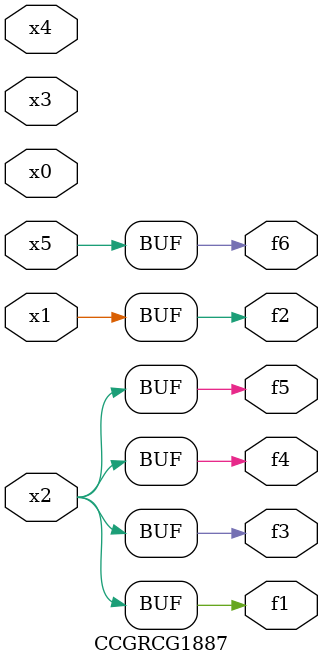
<source format=v>
module CCGRCG1887(
	input x0, x1, x2, x3, x4, x5,
	output f1, f2, f3, f4, f5, f6
);
	assign f1 = x2;
	assign f2 = x1;
	assign f3 = x2;
	assign f4 = x2;
	assign f5 = x2;
	assign f6 = x5;
endmodule

</source>
